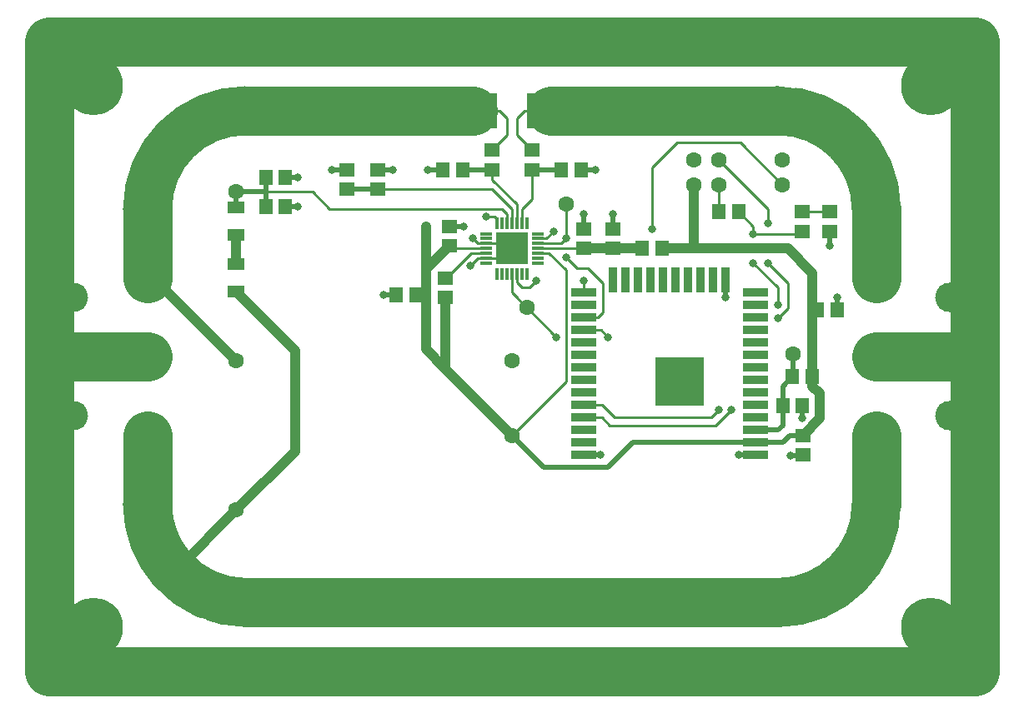
<source format=gtl>
G04*
G04 #@! TF.GenerationSoftware,Altium Limited,Altium Designer,18.1.7 (191)*
G04*
G04 Layer_Physical_Order=1*
G04 Layer_Color=255*
%FSLAX44Y44*%
%MOMM*%
G71*
G01*
G75*
%ADD13C,0.5000*%
%ADD14R,1.5000X1.4000*%
%ADD15R,1.4000X1.5000*%
%ADD16R,2.5000X0.9000*%
%ADD17R,0.9000X2.5000*%
%ADD18R,5.0000X5.0000*%
%ADD19R,3.3000X3.3000*%
%ADD20R,1.2000X0.3000*%
%ADD21R,0.3000X1.2000*%
%ADD22R,1.8000X1.2000*%
%ADD23R,2.7000X3.6000*%
%ADD24C,5.0000*%
%ADD35C,1.0000*%
%ADD41C,0.2500*%
%ADD42C,1.6000*%
%ADD43C,4.0000*%
%ADD44C,6.0000*%
G04:AMPARAMS|DCode=45|XSize=5mm|YSize=3mm|CornerRadius=1.5mm|HoleSize=0mm|Usage=FLASHONLY|Rotation=0.000|XOffset=0mm|YOffset=0mm|HoleType=Round|Shape=RoundedRectangle|*
%AMROUNDEDRECTD45*
21,1,5.0000,0.0000,0,0,0.0*
21,1,2.0000,3.0000,0,0,0.0*
1,1,3.0000,1.0000,0.0000*
1,1,3.0000,-1.0000,0.0000*
1,1,3.0000,-1.0000,0.0000*
1,1,3.0000,1.0000,0.0000*
%
%ADD45ROUNDEDRECTD45*%
%ADD46C,0.8000*%
D13*
X317500Y540000D02*
X332500D01*
X332500Y540000D01*
X363750Y540000D02*
X380000D01*
X436500Y482500D02*
X450000D01*
X572500Y480000D02*
Y495000D01*
X572500Y480000D02*
X572500Y480000D01*
X822500Y462500D02*
Y477500D01*
X775000Y320000D02*
X785000Y330000D01*
X775000Y300000D02*
Y320000D01*
X785200Y330200D02*
Y350000D01*
X785000Y330000D02*
X785200Y330200D01*
X830000Y397500D02*
Y410100D01*
X370000Y412500D02*
X382498D01*
X500000Y270000D02*
X532500Y237500D01*
X597500D01*
X622700Y262700D02*
X747500D01*
X597500Y237500D02*
X622700Y262700D01*
X572500Y460000D02*
X572501Y460001D01*
X775000Y280000D02*
Y300000D01*
X770400Y275400D02*
X775000Y280000D01*
X782300Y270000D02*
X795200D01*
X775000Y262700D02*
X782300Y270000D01*
X782500Y249600D02*
X795200D01*
X795000Y287500D02*
Y299600D01*
X795400Y300000D01*
X747500Y262700D02*
X775000D01*
X747500Y275400D02*
X770400D01*
X717150Y410100D02*
Y427600D01*
X730000Y250000D02*
X747500D01*
X572500D02*
X590000D01*
X270000Y502500D02*
X282500D01*
X270000Y532500D02*
X282500D01*
X250000Y497500D02*
Y517500D01*
Y537500D01*
X220000Y517500D02*
X250000D01*
X220000Y501500D02*
Y517500D01*
X363750Y540000D02*
X363750Y540000D01*
X602500Y480000D02*
Y495000D01*
X332500Y520000D02*
X363750D01*
X570000Y540000D02*
X585000D01*
X415000D02*
X430000D01*
X520000D02*
X550000D01*
X450000D02*
X480000D01*
D14*
X822500Y497500D02*
D03*
Y477500D02*
D03*
X795000D02*
D03*
Y497500D02*
D03*
X432500Y410000D02*
D03*
Y430000D02*
D03*
X332500Y520000D02*
D03*
Y540000D02*
D03*
X520000D02*
D03*
Y560000D02*
D03*
X480000Y540000D02*
D03*
Y560000D02*
D03*
X572500Y480000D02*
D03*
Y460000D02*
D03*
X436250Y482500D02*
D03*
Y462500D02*
D03*
X602500Y480000D02*
D03*
Y460000D02*
D03*
X363750Y540000D02*
D03*
Y520000D02*
D03*
X795200Y250000D02*
D03*
Y270000D02*
D03*
D15*
X730000Y497500D02*
D03*
X710000D02*
D03*
X785000Y330000D02*
D03*
X805000D02*
D03*
X652500Y460001D02*
D03*
X632500D02*
D03*
X270000Y532500D02*
D03*
X250000D02*
D03*
X402498Y412500D02*
D03*
X382498D02*
D03*
X810000Y397500D02*
D03*
X830000D02*
D03*
X795000Y300000D02*
D03*
X775000D02*
D03*
X430000Y540000D02*
D03*
X450000D02*
D03*
X570000D02*
D03*
X550000D02*
D03*
X270000Y502500D02*
D03*
X250000D02*
D03*
D16*
X572500Y250000D02*
D03*
Y262700D02*
D03*
Y275400D02*
D03*
Y288100D02*
D03*
Y300800D02*
D03*
Y313500D02*
D03*
Y326200D02*
D03*
Y415100D02*
D03*
Y402400D02*
D03*
Y389700D02*
D03*
Y377000D02*
D03*
Y364300D02*
D03*
Y351600D02*
D03*
Y338900D02*
D03*
X747500D02*
D03*
Y351600D02*
D03*
Y364300D02*
D03*
Y377000D02*
D03*
Y389700D02*
D03*
Y402400D02*
D03*
Y415100D02*
D03*
Y326200D02*
D03*
Y313500D02*
D03*
Y300800D02*
D03*
Y288100D02*
D03*
Y275400D02*
D03*
Y262700D02*
D03*
Y250000D02*
D03*
D17*
X615550Y427600D02*
D03*
X602850D02*
D03*
X717150D02*
D03*
X628250D02*
D03*
X640950D02*
D03*
X653650D02*
D03*
X666350D02*
D03*
X679050D02*
D03*
X691750D02*
D03*
X704450D02*
D03*
D18*
X670000Y324900D02*
D03*
D19*
X500001Y459999D02*
D03*
D20*
X474000Y475000D02*
D03*
Y470000D02*
D03*
Y465000D02*
D03*
Y460000D02*
D03*
Y455000D02*
D03*
Y450000D02*
D03*
Y445000D02*
D03*
X526000Y445000D02*
D03*
Y450000D02*
D03*
Y455000D02*
D03*
Y460000D02*
D03*
Y465000D02*
D03*
Y470000D02*
D03*
Y475000D02*
D03*
D21*
X515000Y486000D02*
D03*
X510000D02*
D03*
X505000D02*
D03*
X500000D02*
D03*
X495000D02*
D03*
X490000D02*
D03*
X485000D02*
D03*
X515000Y434000D02*
D03*
X510000D02*
D03*
X505000D02*
D03*
X500000D02*
D03*
X495000D02*
D03*
X490000D02*
D03*
X485000D02*
D03*
D22*
X220000Y501500D02*
D03*
Y473500D02*
D03*
Y444000D02*
D03*
Y416000D02*
D03*
D23*
X471500Y600000D02*
D03*
X528500D02*
D03*
D24*
X870000Y499924D02*
G03*
X769924Y600000I-100076J0D01*
G01*
X230076D02*
G03*
X130000Y499924I0J-100076D01*
G01*
X769924Y100000D02*
G03*
X870000Y200076I0J100076D01*
G01*
X154766Y134170D02*
G03*
X230076Y100000I75310J65906D01*
G01*
X130000Y200076D02*
G03*
X154766Y134170I100076J0D01*
G01*
X30000Y350000D02*
X130000D01*
X30000D02*
Y670000D01*
Y30000D02*
Y350000D01*
Y30000D02*
X970000D01*
X30000Y670000D02*
X970000D01*
Y30000D02*
Y300000D01*
Y670000D01*
X870000Y350000D02*
X970000D01*
X540000Y600000D02*
X769924D01*
X870000Y430000D02*
Y499924D01*
X230076Y600000D02*
X460000D01*
X130000Y430000D02*
Y499924D01*
X330000Y100000D02*
X769924Y100000D01*
X230076D02*
Y100000D01*
X130000Y200076D02*
Y270000D01*
X230076Y100000D02*
X330000D01*
X870000Y200076D02*
Y270000D01*
X970000Y300000D02*
X970000D01*
D35*
X685000Y460001D02*
Y524600D01*
X805000Y330000D02*
Y435000D01*
X412500Y357500D02*
Y438750D01*
Y482500D01*
X685000Y460001D02*
X779999D01*
X652500D02*
X685000D01*
X412500Y438750D02*
X436250Y462500D01*
X412500Y357500D02*
X432500Y337500D01*
X779999Y460001D02*
X805000Y435000D01*
X572501Y460001D02*
X632500D01*
X432500Y337500D02*
Y410000D01*
Y337500D02*
X500000Y270000D01*
X812500Y287300D02*
Y312500D01*
X805000Y320000D02*
X812500Y312500D01*
X805000Y320000D02*
Y330000D01*
X795200Y270000D02*
X812500Y287300D01*
X220000Y444000D02*
Y473500D01*
Y416000D02*
X280000Y356000D01*
Y254000D02*
Y356000D01*
X220000Y194000D02*
X280000Y254000D01*
X130000Y430000D02*
X136000D01*
X220000Y346000D01*
X154766Y134170D02*
X154766D01*
X160170D01*
X220000Y194000D01*
D41*
X702500Y288100D02*
X710000Y295600D01*
X706900Y280000D02*
X722500Y295600D01*
X795000Y497500D02*
X822500D01*
X792500Y475000D02*
X795000Y477500D01*
X745000Y475000D02*
X792500D01*
X760000Y486000D02*
Y500400D01*
X745000Y475000D02*
Y482500D01*
X730000Y497500D02*
X745000Y482500D01*
X710000Y497500D02*
X710398Y497898D01*
Y524600D01*
X555103Y470103D02*
Y505000D01*
X590500Y377000D02*
X597500Y370000D01*
X572500Y377000D02*
X590500D01*
X592500Y395000D02*
Y425000D01*
X587200Y389700D02*
X592500Y395000D01*
X572500Y389700D02*
X587200D01*
X555103Y450616D02*
X565718Y440000D01*
X577500D01*
X592500Y425000D01*
X731697Y567500D02*
X774597Y524600D01*
X775000D01*
X772900D02*
X774597D01*
X667500Y567500D02*
X731697D01*
X315076Y499924D02*
X490076D01*
X495000Y495000D01*
X642500Y542500D02*
X667500Y567500D01*
X642500Y480000D02*
Y542500D01*
X710400Y550000D02*
X760000Y500400D01*
X770000Y389264D02*
X779999Y399263D01*
X769924Y402500D02*
Y420076D01*
X760000Y445000D02*
X779999Y425001D01*
X745000Y445000D02*
Y445000D01*
Y445000D02*
X769924Y420076D01*
X779999Y399263D02*
Y425001D01*
X599575Y280000D02*
X706900D01*
X591475Y288100D02*
X599575Y280000D01*
X572500Y288100D02*
X591475D01*
X604400D02*
X702500D01*
X591700Y300800D02*
X604400Y288100D01*
X572500Y300800D02*
X591700D01*
X572500Y415100D02*
Y426982D01*
X535000Y470000D02*
X542500Y477500D01*
X526000Y470000D02*
X535000D01*
X550000Y465000D02*
X555103Y470103D01*
X500000Y415000D02*
X545000Y370000D01*
X500000Y415000D02*
Y434000D01*
X537750Y455000D02*
X555000Y437750D01*
Y325000D02*
Y437750D01*
X500000Y270000D02*
X555000Y325000D01*
X571500Y459000D02*
X572500Y460000D01*
X526000Y460000D02*
X571500D01*
X526000Y465000D02*
X550000D01*
X437436Y434009D02*
X458427Y455000D01*
X460897D01*
X475000D01*
X459897Y470103D02*
X465000Y465000D01*
X436250Y460000D02*
X436250Y460000D01*
X474000D01*
X465000Y465000D02*
X474000D01*
X474000Y492500D02*
X482500D01*
X526000Y455000D02*
X537750D01*
X515000Y560000D02*
Y565000D01*
X297500Y517500D02*
X315076Y499924D01*
X457500Y442500D02*
X465000Y450000D01*
X474000Y465000D02*
X474000Y465000D01*
X465000Y450000D02*
X474000D01*
X490002D02*
X500001Y459999D01*
X474000Y450000D02*
X490002D01*
X495000Y465000D02*
X500001Y459999D01*
X474000Y465000D02*
X495000D01*
X505000Y425100D02*
Y434000D01*
Y425100D02*
X510100Y420000D01*
X517500D01*
X525000Y427500D01*
X482500Y492500D02*
X485000Y490000D01*
Y486000D02*
Y490000D01*
X520000Y510000D02*
Y540000D01*
X510000Y500000D02*
X520000Y510000D01*
X510000Y486000D02*
Y500000D01*
X480000Y530000D02*
Y540000D01*
Y530000D02*
X505000Y505000D01*
Y486000D02*
Y505000D01*
X500000Y486000D02*
Y499925D01*
X479925Y520000D02*
X500000Y499925D01*
X363750Y520000D02*
X479925D01*
X495000Y486000D02*
Y495000D01*
X250000Y517500D02*
X297500D01*
X505000Y575000D02*
X515000Y565000D01*
X505000Y575000D02*
Y592500D01*
X485000Y560000D02*
Y565000D01*
X495000Y575000D02*
Y592500D01*
X485000Y565000D02*
X495000Y575000D01*
X487500Y600000D02*
X495000Y592500D01*
X471500Y600000D02*
X487500D01*
X512500D02*
X528500D01*
X505000Y592500D02*
X512500Y600000D01*
D42*
X785200Y352500D02*
D03*
X555103Y505000D02*
D03*
X515000Y400000D02*
D03*
X500000Y270000D02*
D03*
X220000Y194000D02*
D03*
Y346000D02*
D03*
X500000D02*
D03*
X710398Y550000D02*
D03*
X684998D02*
D03*
X710398Y524600D02*
D03*
X684998D02*
D03*
X774597Y524600D02*
D03*
X774600Y550000D02*
D03*
X670000Y324900D02*
D03*
X500000Y460000D02*
D03*
X220000Y517500D02*
D03*
D43*
X870000Y430000D02*
D03*
Y350000D02*
D03*
Y270000D02*
D03*
X130000Y430000D02*
D03*
Y350000D02*
D03*
Y270000D02*
D03*
D44*
X925000Y75000D02*
D03*
Y625000D02*
D03*
X75000Y75000D02*
D03*
Y625000D02*
D03*
D45*
X955000Y410000D02*
D03*
Y290000D02*
D03*
X45000D02*
D03*
Y410000D02*
D03*
D46*
X317500Y540000D02*
D03*
X378750D02*
D03*
X451000Y482500D02*
D03*
X572500Y495000D02*
D03*
X710000Y295600D02*
D03*
X722500D02*
D03*
X822500Y462500D02*
D03*
X760000Y486000D02*
D03*
X597500Y370000D02*
D03*
X651000Y343900D02*
D03*
X689000D02*
D03*
X651000Y305900D02*
D03*
X689000D02*
D03*
X412500Y482500D02*
D03*
X642500Y480000D02*
D03*
X830000Y410100D02*
D03*
X770000Y389264D02*
D03*
X769924Y402500D02*
D03*
X370000Y412500D02*
D03*
X745000Y475000D02*
D03*
X760000Y445000D02*
D03*
X745000D02*
D03*
X572500Y426982D02*
D03*
X555103Y450616D02*
D03*
X542500Y477500D02*
D03*
X555103Y470103D02*
D03*
X545000Y370000D02*
D03*
X782500Y249200D02*
D03*
X795000Y287500D02*
D03*
X717150Y410100D02*
D03*
X730000Y250000D02*
D03*
X590000D02*
D03*
X459897Y470103D02*
D03*
X282500Y502500D02*
D03*
Y532500D02*
D03*
X474000Y492500D02*
D03*
X512501Y115000D02*
D03*
X487501D02*
D03*
X500001Y100000D02*
D03*
X512501Y85000D02*
D03*
X487501D02*
D03*
X525001Y100000D02*
D03*
X475001D02*
D03*
X870000Y462500D02*
D03*
Y512500D02*
D03*
X885000Y475000D02*
D03*
Y500000D02*
D03*
X870000Y487500D02*
D03*
X855000Y475000D02*
D03*
Y500000D02*
D03*
Y200000D02*
D03*
Y225000D02*
D03*
X870000Y212500D02*
D03*
X885000Y200000D02*
D03*
Y225000D02*
D03*
X870000Y187500D02*
D03*
Y237500D02*
D03*
X115000Y200000D02*
D03*
Y225000D02*
D03*
X130000Y212500D02*
D03*
X145000Y200000D02*
D03*
Y225000D02*
D03*
X130000Y187500D02*
D03*
Y237500D02*
D03*
Y462500D02*
D03*
Y512500D02*
D03*
X145000Y475000D02*
D03*
Y500000D02*
D03*
X130000Y487500D02*
D03*
X115000Y475000D02*
D03*
Y500000D02*
D03*
X400000Y600000D02*
D03*
X450000D02*
D03*
X412500Y585000D02*
D03*
X437500D02*
D03*
X425000Y600000D02*
D03*
X412500Y615000D02*
D03*
X437500D02*
D03*
X457500Y442500D02*
D03*
X525000Y427500D02*
D03*
X602500Y495000D02*
D03*
X562500Y615000D02*
D03*
X587500D02*
D03*
X575000Y600000D02*
D03*
X562500Y585000D02*
D03*
X587500D02*
D03*
X550000Y600000D02*
D03*
X600000D02*
D03*
X585000Y540000D02*
D03*
X415000D02*
D03*
M02*

</source>
